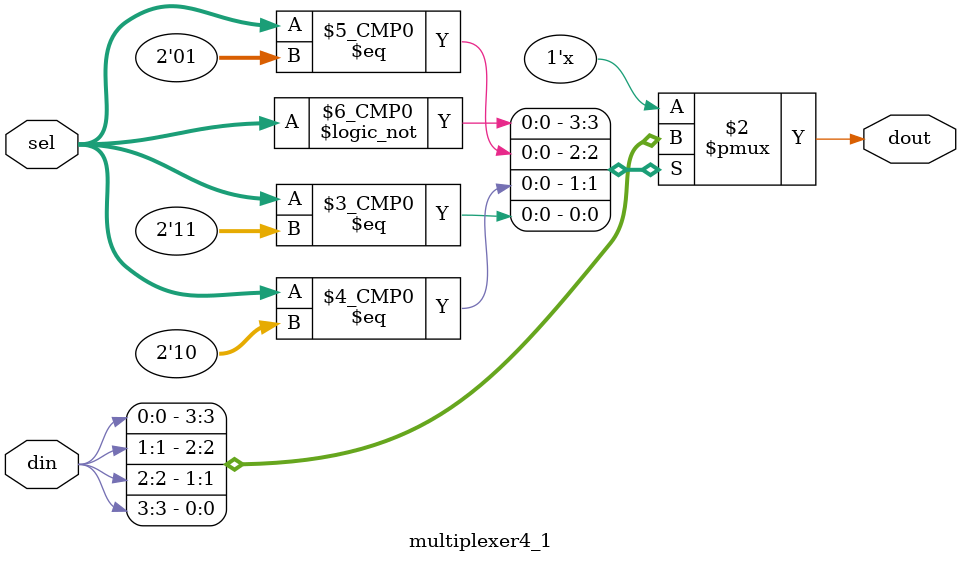
<source format=v>
module multiplexer4_1 ( din ,sel ,dout );

output dout ;
reg dout ;

input [3:0] din ;
wire [3:0] din ;
input [1:0] sel ;
wire [1:0] sel ;

always @ (din or sel) begin
 case(sel)
 2'b00:dout<=din[0];
 2'b01:dout<=din[1];
 2'b10:dout<=din[2];
 2'b11:dout<=din[3];
 endcase
end

endmodule
</source>
